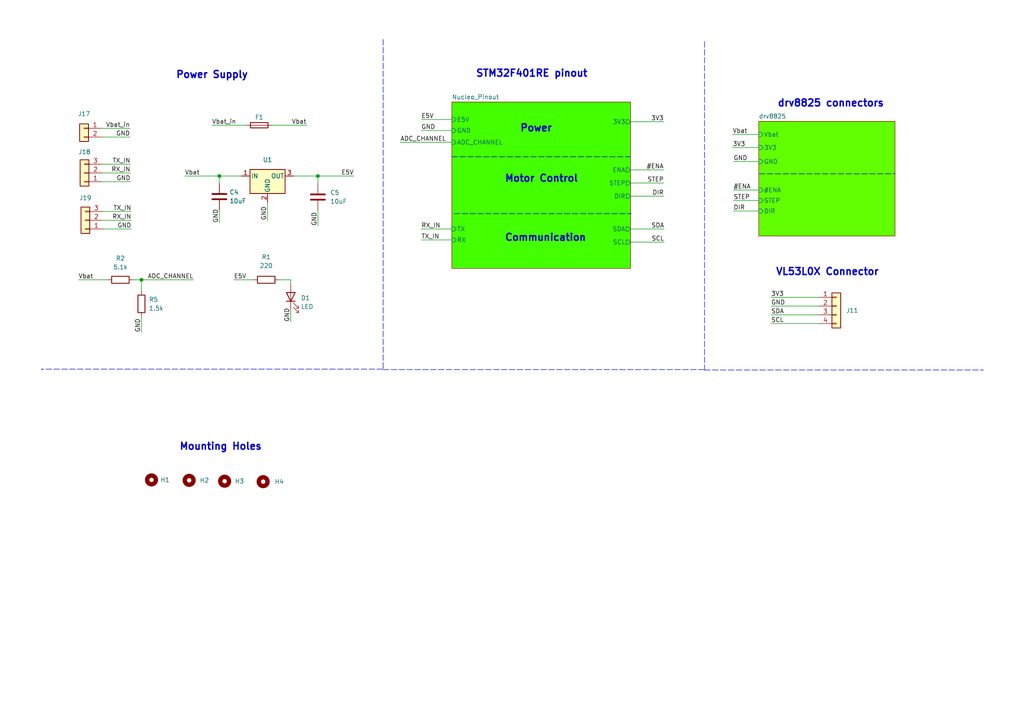
<source format=kicad_sch>
(kicad_sch (version 20211123) (generator eeschema)
  (paper "A4")
  (lib_symbols
    (symbol "Connector_Generic:Conn_01x02" (pin_names (offset 1.016) hide)
      (property "Reference" "J" (at 0 2.54 0))
      (property "Value" "Conn_01x02" (at 0 -5.08 0))
      (symbol "Conn_01x02_1_1"
        (rectangle (start -1.27 -2.413) (end 0 -2.667) (stroke (width 0.1524)))
        (rectangle (start -1.27 0.127) (end 0 -0.127) (stroke (width 0.1524)))
        (rectangle (start -1.27 1.27) (end 1.27 -3.81) (stroke (width 0.254)) (fill (type background)))
        (pin passive line (at -5.08 0 0) (length 3.81) (name "Pin_1") (number "1"))
        (pin passive line (at -5.08 -2.54 0) (length 3.81) (name "Pin_2") (number "2"))
      )
    )
    (symbol "Connector_Generic:Conn_01x03" (pin_names (offset 1.016) hide)
      (property "Reference" "J" (at 0 5.08 0))
      (property "Value" "Conn_01x03" (at 0 -5.08 0))
      (symbol "Conn_01x03_1_1"
        (rectangle (start -1.27 -2.413) (end 0 -2.667) (stroke (width 0.1524)))
        (rectangle (start -1.27 0.127) (end 0 -0.127) (stroke (width 0.1524)))
        (rectangle (start -1.27 2.667) (end 0 2.413) (stroke (width 0.1524)))
        (rectangle (start -1.27 3.81) (end 1.27 -3.81) (stroke (width 0.254)) (fill (type background)))
        (pin passive line (at -5.08 2.54 0) (length 3.81) (name "Pin_1") (number "1"))
        (pin passive line (at -5.08 0 0) (length 3.81) (name "Pin_2") (number "2"))
        (pin passive line (at -5.08 -2.54 0) (length 3.81) (name "Pin_3") (number "3"))
      )
    )
    (symbol "Connector_Generic:Conn_01x04" (pin_names (offset 1.016) hide)
      (property "Reference" "J" (at 0 5.08 0))
      (property "Value" "Conn_01x04" (at 0 -7.62 0))
      (symbol "Conn_01x04_1_1"
        (rectangle (start -1.27 -4.953) (end 0 -5.207) (stroke (width 0.1524)))
        (rectangle (start -1.27 -2.413) (end 0 -2.667) (stroke (width 0.1524)))
        (rectangle (start -1.27 0.127) (end 0 -0.127) (stroke (width 0.1524)))
        (rectangle (start -1.27 2.667) (end 0 2.413) (stroke (width 0.1524)))
        (rectangle (start -1.27 3.81) (end 1.27 -6.35) (stroke (width 0.254)) (fill (type background)))
        (pin passive line (at -5.08 2.54 0) (length 3.81) (name "Pin_1") (number "1"))
        (pin passive line (at -5.08 0 0) (length 3.81) (name "Pin_2") (number "2"))
        (pin passive line (at -5.08 -2.54 0) (length 3.81) (name "Pin_3") (number "3"))
        (pin passive line (at -5.08 -5.08 0) (length 3.81) (name "Pin_4") (number "4"))
      )
    )
    (symbol "Device:C" (pin_numbers hide) (pin_names (offset 0.254))
      (property "Reference" "C" (at 0.635 2.54 0))
      (property "Value" "C" (at 0.635 -2.54 0))
      (symbol "C_0_1"
        (polyline (pts (xy -2.032 -0.762) (xy 2.032 -0.762)) (stroke (width 0.508)))
        (polyline (pts (xy -2.032 0.762) (xy 2.032 0.762)) (stroke (width 0.508)))
      )
      (symbol "C_1_1"
        (pin passive line (at 0 3.81 270) (length 2.794) (name "~") (number "1"))
        (pin passive line (at 0 -3.81 90) (length 2.794) (name "~") (number "2"))
      )
    )
    (symbol "Device:Fuse" (pin_numbers hide) (pin_names (offset 0))
      (property "Reference" "F" (at 2.032 0 90))
      (property "Value" "Fuse" (at -1.905 0 90))
      (symbol "Fuse_0_1"
        (rectangle (start -0.762 -2.54) (end 0.762 2.54) (stroke (width 0.254)))
        (polyline (pts (xy 0 2.54) (xy 0 -2.54)))
      )
      (symbol "Fuse_1_1"
        (pin passive line (at 0 3.81 270) (length 1.27) (name "~") (number "1"))
        (pin passive line (at 0 -3.81 90) (length 1.27) (name "~") (number "2"))
      )
    )
    (symbol "Device:LED" (pin_numbers hide) (pin_names (offset 1.016) hide)
      (property "Reference" "D" (at 0 2.54 0))
      (property "Value" "LED" (at 0 -2.54 0))
      (symbol "LED_0_1"
        (polyline (pts (xy -1.27 -1.27) (xy -1.27 1.27)) (stroke (width 0.254)))
        (polyline (pts (xy -1.27 0) (xy 1.27 0)))
        (polyline (pts (xy 1.27 -1.27) (xy 1.27 1.27) (xy -1.27 0) (xy 1.27 -1.27)) (stroke (width 0.254)))
        (polyline (pts (xy -3.048 -0.762) (xy -4.572 -2.286) (xy -3.81 -2.286) (xy -4.572 -2.286) (xy -4.572 -1.524)))
        (polyline (pts (xy -1.778 -0.762) (xy -3.302 -2.286) (xy -2.54 -2.286) (xy -3.302 -2.286) (xy -3.302 -1.524)))
      )
      (symbol "LED_1_1"
        (pin passive line (at -3.81 0 0) (length 2.54) (name "K") (number "1"))
        (pin passive line (at 3.81 0 180) (length 2.54) (name "A") (number "2"))
      )
    )
    (symbol "Device:R" (pin_numbers hide) (pin_names (offset 0))
      (property "Reference" "R" (at 2.032 0 90))
      (property "Value" "R" (at 0 0 90))
      (symbol "R_0_1"
        (rectangle (start -1.016 -2.54) (end 1.016 2.54) (stroke (width 0.254)))
      )
      (symbol "R_1_1"
        (pin passive line (at 0 3.81 270) (length 1.27) (name "~") (number "1"))
        (pin passive line (at 0 -3.81 90) (length 1.27) (name "~") (number "2"))
      )
    )
    (symbol "Mechanical:MountingHole" (pin_names (offset 1.016))
      (property "Reference" "H" (at 0 5.08 0))
      (property "Value" "MountingHole" (at 0 3.175 0))
      (symbol "MountingHole_0_1"
        (circle (center 0 0) (radius 1.27) (stroke (width 1.27)))
      )
    )
    (symbol "Regulator_Switching:R-78E5.0-0.5" (pin_names (offset 0.254))
      (property "Reference" "U" (at -3.81 3.175 0))
      (property "Value" "R-78E5.0-0.5" (at 0 3.175 0))
      (symbol "R-78E5.0-0.5_0_1"
        (rectangle (start -5.08 1.905) (end 5.08 -5.08) (stroke (width 0.254)) (fill (type background)))
      )
      (symbol "R-78E5.0-0.5_1_1"
        (pin power_in line (at -7.62 0 0) (length 2.54) (name "IN") (number "1"))
        (pin power_in line (at 0 -7.62 90) (length 2.54) (name "GND") (number "2"))
        (pin power_out line (at 7.62 0 180) (length 2.54) (name "OUT") (number "3"))
      )
    )
  )
  (junction (at 63.627 51.054))
  (junction (at 92.202 51.054))
  (junction (at 41.021 81.153))
  (polyline (pts (xy 110.998 107.061) (xy 12.065 107.061)))
  (polyline (pts (xy 183.134 61.976) (xy 182.499 61.976)))
  (wire (pts (xy 63.627 60.833) (xy 63.627 64.643)))
  (wire (pts (xy 29.591 52.705) (xy 37.846 52.705)))
  (wire (pts (xy 122.174 66.421) (xy 131.064 66.421)))
  (wire (pts (xy 63.627 51.054) (xy 53.594 51.054)))
  (wire (pts (xy 73.406 81.153) (xy 67.818 81.153)))
  (wire (pts (xy 212.725 55.118) (xy 220.091 55.118)))
  (wire (pts (xy 85.217 51.054) (xy 92.202 51.054)))
  (wire (pts (xy 71.374 36.322) (xy 61.468 36.322)))
  (wire (pts (xy 77.597 58.674) (xy 77.597 63.881)))
  (wire (pts (xy 223.647 86.233) (xy 237.49 86.233)))
  (wire (pts (xy 63.627 51.054) (xy 63.627 53.213)))
  (wire (pts (xy 122.174 34.671) (xy 131.064 34.671)))
  (wire (pts (xy 38.735 81.153) (xy 41.021 81.153)))
  (wire (pts (xy 116.078 41.275) (xy 131.064 41.275)))
  (wire (pts (xy 182.88 49.276) (xy 192.532 49.276)))
  (polyline (pts (xy 111.125 107.188) (xy 204.216 107.188)))
  (polyline (pts (xy 220.218 50.419) (xy 259.588 50.419)))
  (wire (pts (xy 29.591 47.625) (xy 37.846 47.625)))
  (wire (pts (xy 223.647 88.773) (xy 237.49 88.773)))
  (wire (pts (xy 29.464 37.211) (xy 37.719 37.211)))
  (polyline (pts (xy 131.699 61.976) (xy 182.499 61.976)))
  (wire (pts (xy 84.328 81.153) (xy 84.328 82.296)))
  (wire (pts (xy 29.845 61.341) (xy 38.1 61.341)))
  (polyline (pts (xy 131.064 45.466) (xy 182.88 45.466)))
  (wire (pts (xy 122.174 37.846) (xy 131.064 37.846)))
  (wire (pts (xy 212.725 58.166) (xy 220.091 58.166)))
  (polyline (pts (xy 204.343 12.065) (xy 204.343 107.315)))
  (wire (pts (xy 212.725 46.863) (xy 220.091 46.863)))
  (polyline (pts (xy 285.115 107.315) (xy 285.115 107.442)))
  (polyline (pts (xy 111.125 11.43) (xy 111.125 107.188)))
  (wire (pts (xy 29.591 50.165) (xy 37.846 50.165)))
  (wire (pts (xy 223.647 93.853) (xy 237.49 93.853)))
  (wire (pts (xy 78.994 36.322) (xy 88.9 36.322)))
  (wire (pts (xy 92.202 60.96) (xy 92.202 65.532)))
  (wire (pts (xy 182.88 66.421) (xy 192.659 66.421)))
  (wire (pts (xy 41.021 91.948) (xy 41.021 96.393)))
  (wire (pts (xy 212.471 38.989) (xy 220.091 38.989)))
  (wire (pts (xy 182.88 35.306) (xy 192.532 35.306)))
  (wire (pts (xy 92.202 51.054) (xy 92.202 53.34)))
  (wire (pts (xy 212.471 42.799) (xy 220.091 42.799)))
  (polyline (pts (xy 12.065 107.061) (xy 12.065 107.315)))
  (wire (pts (xy 84.328 89.916) (xy 84.328 93.345)))
  (wire (pts (xy 29.845 63.881) (xy 38.1 63.881)))
  (wire (pts (xy 182.88 70.231) (xy 192.659 70.231)))
  (wire (pts (xy 41.021 81.153) (xy 41.021 84.328)))
  (wire (pts (xy 212.725 61.214) (xy 220.091 61.214)))
  (wire (pts (xy 29.845 66.421) (xy 38.1 66.421)))
  (wire (pts (xy 122.174 69.596) (xy 131.064 69.596)))
  (wire (pts (xy 182.88 56.896) (xy 192.532 56.896)))
  (wire (pts (xy 92.202 51.054) (xy 102.616 51.054)))
  (polyline (pts (xy 204.343 107.315) (xy 285.115 107.315)))
  (wire (pts (xy 29.464 39.751) (xy 37.719 39.751)))
  (wire (pts (xy 41.021 81.153) (xy 56.134 81.153)))
  (wire (pts (xy 69.977 51.054) (xy 63.627 51.054)))
  (wire (pts (xy 182.88 53.086) (xy 192.532 53.086)))
  (wire (pts (xy 223.647 91.313) (xy 237.49 91.313)))
  (wire (pts (xy 81.026 81.153) (xy 84.328 81.153)))
  (wire (pts (xy 31.115 81.153) (xy 22.733 81.153)))
  (text "STM32F401RE pinout\n" (at 137.922 22.606 0) (effects (font (size 2.032 2.032) (thickness 0.4064) bold) (justify left bottom)))
  (text "drv8825 connectors\n" (at 225.425 31.242 0) (effects (font (size 2.032 2.032) (thickness 0.4064) bold) (justify left bottom)))
  (text "Power Supply\n" (at 50.927 22.987 0) (effects (font (size 2.032 2.032) (thickness 0.4064) bold) (justify left bottom)))
  (text "Mounting Holes\n" (at 51.943 130.81 0) (effects (font (size 2.032 2.032) (thickness 0.4064) bold) (justify left bottom)))
  (text "Communication\n" (at 146.304 70.231 0) (effects (font (size 2.032 2.032) (thickness 0.4064) bold) (justify left bottom)))
  (text "VL53L0X Connector" (at 224.917 80.137 0) (effects (font (size 2.032 2.032) (thickness 0.4064) bold) (justify left bottom)))
  (text "Power\n" (at 150.749 38.481 0) (effects (font (size 2.032 2.032) (thickness 0.4064) bold) (justify left bottom)))
  (text "Motor Control" (at 146.304 53.086 0) (effects (font (size 2.032 2.032) (thickness 0.4064) bold) (justify left bottom)))
  (label "E5V" (at 67.818 81.153 0))
  (label "3V3" (at 223.647 86.233 0))
  (label "STEP" (at 192.532 53.086 180))
  (label "ADC_CHANNEL" (at 116.078 41.275 0))
  (label "#ENA" (at 212.725 55.118 0))
  (label "TX_IN" (at 37.846 47.625 180))
  (label "E5V" (at 122.174 34.671 0))
  (label "STEP" (at 212.725 58.166 0))
  (label "DIR" (at 212.725 61.214 0))
  (label "Vbat" (at 88.9 36.322 180))
  (label "TX_IN" (at 38.1 61.341 180))
  (label "DIR" (at 192.532 56.896 180))
  (label "E5V" (at 102.616 51.054 180))
  (label "RX_IN" (at 122.174 66.421 0))
  (label "GND" (at 63.627 64.643 90))
  (label "Vbat" (at 53.594 51.054 0))
  (label "SDA" (at 223.647 91.313 0))
  (label "RX_IN" (at 37.846 50.165 180))
  (label "3V3" (at 212.471 42.799 0))
  (label "SDA" (at 192.659 66.421 180))
  (label "Vbat_in" (at 61.468 36.322 0))
  (label "ADC_CHANNEL" (at 56.134 81.153 180))
  (label "3V3" (at 192.532 35.306 180))
  (label "GND" (at 122.174 37.846 0))
  (label "RX_IN" (at 38.1 63.881 180))
  (label "GND" (at 38.1 66.421 180))
  (label "GND" (at 92.202 65.532 90))
  (label "GND" (at 84.328 93.345 90))
  (label "GND" (at 37.846 52.705 180))
  (label "GND" (at 77.597 63.881 90))
  (label "TX_IN" (at 122.174 69.596 0))
  (label "SCL" (at 192.659 70.231 180))
  (label "Vbat" (at 212.471 38.989 0))
  (label "GND" (at 37.719 39.751 180))
  (label "Vbat_in" (at 37.719 37.211 180))
  (label "Vbat" (at 22.733 81.153 0))
  (label "SCL" (at 223.647 93.853 0))
  (label "#ENA" (at 192.532 49.276 180))
  (label "GND" (at 41.021 96.393 90))
  (label "GND" (at 212.725 46.863 0))
  (label "GND" (at 223.647 88.773 0))
  (symbol (lib_id "Mechanical:MountingHole") (at 43.942 139.192 0) (unit 1)
    (property "Reference" "H1" (at 46.482 139.1919 0) (effects (justify left)))
    (property "Value" "MountingHole" (effects hide))
    (property "Footprint" "MountingHole:MountingHole_2.5mm_Pad" (effects hide))
  )
  (symbol (lib_id "Mechanical:MountingHole") (at 65.151 139.573 0) (unit 1)
    (property "Reference" "H3" (at 68.072 139.5729 0) (effects (justify left)))
    (property "Value" "MountingHole" (effects hide))
    (property "Footprint" "MountingHole:MountingHole_2.5mm_Pad" (effects hide))
  )
  (symbol (lib_id "Connector_Generic:Conn_01x02") (at 24.384 37.211 0) (mirror y) (unit 1)
    (property "Reference" "J17" (at 24.384 33.02 0))
    (property "Value" "Conn_01x02" (effects hide))
    (property "Footprint" "tfg_library:BAT_connector" (effects hide))
  )
  (symbol (lib_id "Device:C") (at 92.202 57.15 0) (unit 1)
    (property "Reference" "C5" (at 95.758 55.8799 0) (effects (justify left)))
    (property "Value" "10uF" (at 95.758 58.4199 0) (effects (justify left)))
    (property "Footprint" "Capacitor_THT:CP_Radial_D5.0mm_P2.50mm" (effects hide))
  )
  (symbol (lib_id "Mechanical:MountingHole") (at 76.327 139.7 0) (unit 1)
    (property "Reference" "H4" (at 79.629 139.6999 0) (effects (justify left)))
    (property "Value" "MountingHole" (effects hide))
    (property "Footprint" "MountingHole:MountingHole_2.5mm_Pad" (effects hide))
  )
  (symbol (lib_id "Device:LED") (at 84.328 86.106 90) (unit 1)
    (property "Reference" "D1" (at 87.249 86.4234 90) (effects (justify right)))
    (property "Value" "LED" (at 87.249 88.9634 90) (effects (justify right)))
    (property "Footprint" "tfg_library:pwr_LED" (effects hide))
  )
  (symbol (lib_id "Mechanical:MountingHole") (at 54.864 139.319 0) (unit 1)
    (property "Reference" "H2" (at 57.912 139.3189 0) (effects (justify left)))
    (property "Value" "MountingHole" (effects hide))
    (property "Footprint" "MountingHole:MountingHole_2.5mm_Pad" (effects hide))
  )
  (symbol (lib_id "Connector_Generic:Conn_01x04") (at 242.57 88.773 0) (unit 1)
    (property "Reference" "J11" (at 245.364 90.0429 0) (effects (justify left)))
    (property "Value" "Conn_01x04" (effects hide))
    (property "Footprint" "Connector_PinHeader_2.54mm:PinHeader_1x04_P2.54mm_Vertical" (effects hide))
  )
  (symbol (lib_id "Connector_Generic:Conn_01x03") (at 24.511 50.165 180) (unit 1)
    (property "Reference" "J18" (at 24.511 44.069 0))
    (property "Value" "Conn_01x03" (effects hide))
    (property "Footprint" "Connector_PinHeader_2.54mm:PinHeader_1x03_P2.54mm_Vertical" (effects hide))
  )
  (symbol (lib_id "Device:R") (at 41.021 88.138 0) (unit 1)
    (property "Reference" "R5" (at 43.18 86.8679 0) (effects (justify left)))
    (property "Value" "1.5k" (at 43.18 89.4079 0) (effects (justify left)))
    (property "Footprint" "Resistor_THT:R_Axial_DIN0207_L6.3mm_D2.5mm_P10.16mm_Horizontal" (effects hide))
  )
  (symbol (lib_id "Device:C") (at 63.627 57.023 0) (unit 1)
    (property "Reference" "C4" (at 66.548 55.7529 0) (effects (justify left)))
    (property "Value" "10uF" (at 66.548 58.2929 0) (effects (justify left)))
    (property "Footprint" "Capacitor_THT:CP_Radial_D5.0mm_P2.50mm" (effects hide))
  )
  (symbol (lib_id "Connector_Generic:Conn_01x03") (at 24.765 63.881 180) (unit 1)
    (property "Reference" "J19" (at 24.765 57.404 0))
    (property "Value" "Conn_01x03" (effects hide))
    (property "Footprint" "tfg_library:Uart_conn" (effects hide))
  )
  (symbol (lib_id "Device:R") (at 77.216 81.153 90) (unit 1)
    (property "Reference" "R1" (at 77.216 74.549 90))
    (property "Value" "220" (at 77.216 77.089 90))
    (property "Footprint" "Resistor_THT:R_Axial_DIN0207_L6.3mm_D2.5mm_P10.16mm_Horizontal" (effects hide))
  )
  (symbol (lib_id "Regulator_Switching:R-78E5.0-0.5") (at 77.597 51.054 0) (unit 1)
    (property "Reference" "U1" (at 77.597 46.355 0))
    (property "Value" "R-78E5.0-0.5" (effects hide))
    (property "Footprint" "Converter_DCDC:Converter_DCDC_RECOM_R-78E-0.5_THT" (effects hide))
    (property "Datasheet" "https://www.recom-power.com/pdf/Innoline/R-78Exx-0.5.pdf" (effects hide))
  )
  (symbol (lib_id "Device:R") (at 34.925 81.153 90) (unit 1)
    (property "Reference" "R2" (at 34.925 74.93 90))
    (property "Value" "5.1k" (at 34.925 77.47 90))
    (property "Footprint" "Resistor_THT:R_Axial_DIN0207_L6.3mm_D2.5mm_P10.16mm_Horizontal" (effects hide))
  )
  (symbol (lib_id "Device:Fuse") (at 75.184 36.322 90) (unit 1)
    (property "Reference" "F1" (at 75.184 34.036 90))
    (property "Value" "Fuse" (effects hide))
    (property "Footprint" "tfg_library:portafusible" (effects hide))
  )
  (sheet (at 220.091 35.179) (size 39.497 33.274) (stroke (width 0.1524)) (fill (color 97 255 0 1.0000))
    (property "Sheet name" "drv8825" (at 220.091 34.4674 0) (effects (justify left bottom)))
    (property "Sheet file" "drv8825kicad_sch.kicad_sch" (effects hide))
    (pin "DIR" input (at 220.091 61.214 180))
    (pin "STEP" input (at 220.091 58.166 180))
    (pin "#ENA" input (at 220.091 55.118 180))
    (pin "GND" input (at 220.091 46.863 180))
    (pin "Vbat" input (at 220.091 38.989 180))
    (pin "3V3" input (at 220.091 42.799 180))
  )
  (sheet (at 131.064 29.591) (size 51.816 48.26) (stroke (width 0.1524)) (fill (color 67 255 0 1.0000))
    (property "Sheet name" "Nucleo_Pinout" (at 131.064 28.8794 0) (effects (justify left bottom)))
    (property "Sheet file" "nucleo_pinout.kicad_sch" (effects hide))
    (pin "SDA" output (at 182.88 66.421 0))
    (pin "GND" input (at 131.064 37.846 180))
    (pin "3V3" output (at 182.88 35.306 0))
    (pin "STEP" output (at 182.88 53.086 0))
    (pin "DIR" output (at 182.88 56.896 0))
    (pin "ENA" output (at 182.88 49.276 0))
    (pin "TX" input (at 131.064 66.421 180))
    (pin "RX" input (at 131.064 69.596 180))
    (pin "SCL" output (at 182.88 70.231 0))
    (pin "E5V" input (at 131.064 34.671 180))
    (pin "ADC_CHANNEL" input (at 131.064 41.275 180))
  )
)
</source>
